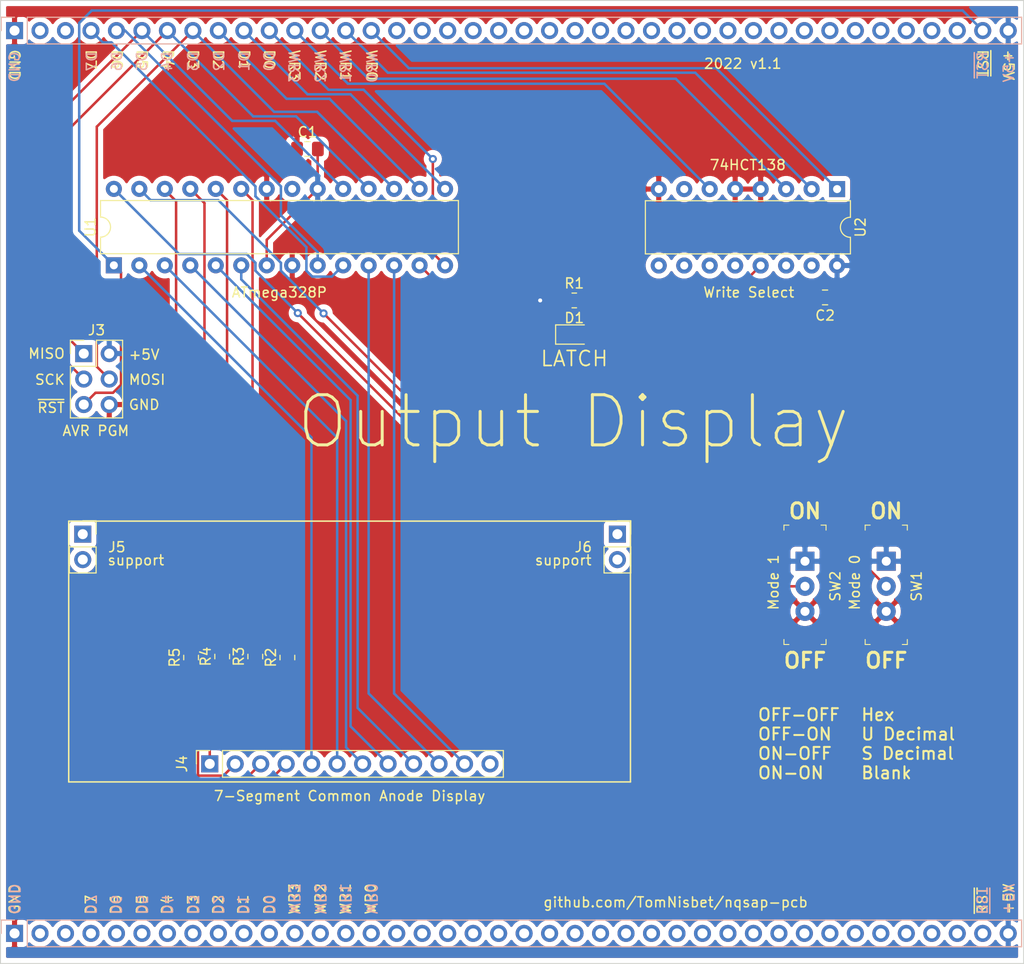
<source format=kicad_pcb>
(kicad_pcb (version 20171130) (host pcbnew "(5.1.9)-1")
  (title_block (title "NQSAP Output Display") (date 2022-01-17) (rev 1.1) (company github.com/TomNisbet/nqsap-pcb))
  (layers (0 F.Cu signal) (31 B.Cu signal hide) (34 B.Paste user) (35 F.Paste user) (36 B.SilkS user hide) (37 F.SilkS user) (38 B.Mask user) (39 F.Mask user) (44 Edge.Cuts user))
  (net 0 "")
  (net 1 +5V)
  (net 2 SE)
  (net 3 WR0)
  (net 4 WR1)
  (net 5 WR2)
  (net 6 WR3)
  (net 7 D0)
  (net 8 D1)
  (net 9 D2)
  (net 10 D3)
  (net 11 D4)
  (net 12 D5)
  (net 13 D6)
  (net 14 D7)
  (net 15 GND)
  (net 16 "Net-(J4-Pad12)")
  (net 17 ~RST)
  (net 18 "Net-(J1-Pad37)")
  (net 19 "Net-(J1-Pad3)")
  (net 20 "Net-(J1-Pad2)")
  (net 21 "Net-(J2-Pad37)")
  (net 22 "Net-(J2-Pad3)")
  (net 23 "Net-(J2-Pad2)")
  (net 24 "Net-(D1-Pad2)")
  (net 25 /~latch)
  (net 26 SG)
  (net 27 SF)
  (net 28 SD)
  (net 29 SC)
  (net 30 SB)
  (net 31 SA)
  (net 32 L4)
  (net 33 L3)
  (net 34 L2)
  (net 35 L1)
  (net 36 /mode0)
  (net 37 /mode1)
  (net 38 "Net-(U1-Pad21)")
  (net 39 "Net-(U2-Pad15)")
  (net 40 "Net-(U2-Pad7)")
  (net 41 "Net-(U2-Pad14)")
  (net 42 "Net-(U2-Pad12)")
  (net 43 "Net-(U2-Pad11)")
  (net 44 "Net-(U2-Pad10)")
  (net 45 "Net-(U2-Pad9)")
  (net 46 "Net-(J4-Pad4)")
  (net 47 "Net-(J4-Pad3)")
  (net 48 "Net-(J4-Pad2)")
  (net 49 "Net-(J4-Pad1)")
  (net 50 "Net-(J5-Pad2)")
  (net 51 "Net-(J5-Pad1)")
  (net 52 "Net-(J6-Pad2)")
  (net 53 "Net-(J6-Pad1)")
  (net 54 "Net-(J1-Pad38)")
  (net 55 "Net-(J1-Pad36)")
  (net 56 "Net-(J1-Pad35)")
  (net 57 "Net-(J1-Pad34)")
  (net 58 "Net-(J1-Pad33)")
  (net 59 "Net-(J1-Pad32)")
  (net 60 "Net-(J1-Pad31)")
  (net 61 "Net-(J1-Pad30)")
  (net 62 "Net-(J1-Pad29)")
  (net 63 "Net-(J1-Pad28)")
  (net 64 "Net-(J1-Pad27)")
  (net 65 "Net-(J1-Pad26)")
  (net 66 "Net-(J1-Pad25)")
  (net 67 "Net-(J1-Pad24)")
  (net 68 "Net-(J1-Pad23)")
  (net 69 "Net-(J1-Pad22)")
  (net 70 "Net-(J1-Pad21)")
  (net 71 "Net-(J1-Pad20)")
  (net 72 "Net-(J1-Pad19)")
  (net 73 "Net-(J1-Pad18)")
  (net 74 "Net-(J1-Pad17)")
  (net 75 "Net-(J1-Pad16)")
  (net 76 "Net-(J2-Pad39)")
  (net 77 "Net-(J2-Pad38)")
  (net 78 "Net-(J2-Pad36)")
  (net 79 "Net-(J2-Pad35)")
  (net 80 "Net-(J2-Pad34)")
  (net 81 "Net-(J2-Pad33)")
  (net 82 "Net-(J2-Pad32)")
  (net 83 "Net-(J2-Pad31)")
  (net 84 "Net-(J2-Pad30)")
  (net 85 "Net-(J2-Pad29)")
  (net 86 "Net-(J2-Pad28)")
  (net 87 "Net-(J2-Pad27)")
  (net 88 "Net-(J2-Pad26)")
  (net 89 "Net-(J2-Pad25)")
  (net 90 "Net-(J2-Pad24)")
  (net 91 "Net-(J2-Pad23)")
  (net 92 "Net-(J2-Pad22)")
  (net 93 "Net-(J2-Pad21)")
  (net 94 "Net-(J2-Pad20)")
  (net 95 "Net-(J2-Pad19)")
  (net 96 "Net-(J2-Pad18)")
  (net 97 "Net-(J2-Pad17)")
  (net 98 "Net-(J2-Pad16)")
  (net 99 "Net-(J2-Pad15)")
  (net 100 "Net-(J2-Pad14)")
  (net 101 "Net-(J2-Pad13)")
  (net 102 "Net-(J2-Pad12)")
  (net 103 "Net-(J2-Pad11)")
  (net 104 "Net-(J2-Pad10)")
  (net 105 "Net-(J2-Pad9)")
  (net 106 "Net-(J2-Pad8)")
  (net 107 "Net-(J2-Pad7)")
  (net 108 "Net-(J2-Pad6)")
  (net 109 "Net-(J2-Pad5)")
  (net 110 "Net-(J2-Pad4)")
  (module Resistor_SMD:R_0805_2012Metric_Pad1.20x1.40mm_HandSolder (layer F.Cu) (at 104 108.5 90)
    (fp_text reference R5 (at 0 -1.65 90) (layer F.SilkS))
    (fp_text value R_SEG)
    (pad 2 smd roundrect (at 1 0 90) (size 1.2 1.4) (layers F.Cu F.Paste F.Mask) (roundrect_rratio 0.2083325) (net 32 L4))
    (pad 1 smd roundrect (at -1 0 90) (size 1.2 1.4) (layers F.Cu F.Paste F.Mask) (roundrect_rratio 0.2083325) (net 46 "Net-(J4-Pad4)"))
  )
  (module Resistor_SMD:R_0805_2012Metric_Pad1.20x1.40mm_HandSolder (layer F.Cu) (at 107.1 108.4 90)
    (fp_text reference R4 (at 0 -1.65 90) (layer F.SilkS))
    (fp_text value R_SEG)
    (pad 2 smd roundrect (at 1 0 90) (size 1.2 1.4) (layers F.Cu F.Paste F.Mask) (roundrect_rratio 0.2083325) (net 33 L3))
    (pad 1 smd roundrect (at -1 0 90) (size 1.2 1.4) (layers F.Cu F.Paste F.Mask) (roundrect_rratio 0.2083325) (net 47 "Net-(J4-Pad3)"))
  )
  (module Resistor_SMD:R_0805_2012Metric_Pad1.20x1.40mm_HandSolder (layer F.Cu) (at 110.4 108.4 90)
    (fp_text reference R3 (at 0 -1.65 90) (layer F.SilkS))
    (fp_text value R_SEG)
    (pad 2 smd roundrect (at 1 0 90) (size 1.2 1.4) (layers F.Cu F.Paste F.Mask) (roundrect_rratio 0.2083325) (net 34 L2))
    (pad 1 smd roundrect (at -1 0 90) (size 1.2 1.4) (layers F.Cu F.Paste F.Mask) (roundrect_rratio 0.2083325) (net 48 "Net-(J4-Pad2)"))
  )
  (module Resistor_SMD:R_0805_2012Metric_Pad1.20x1.40mm_HandSolder (layer F.Cu) (at 113.6 108.5 90)
    (fp_text reference R2 (at 0 -1.65 90) (layer F.SilkS))
    (fp_text value R_SEG)
    (pad 2 smd roundrect (at 1 0 90) (size 1.2 1.4) (layers F.Cu F.Paste F.Mask) (roundrect_rratio 0.2083325) (net 35 L1))
    (pad 1 smd roundrect (at -1 0 90) (size 1.2 1.4) (layers F.Cu F.Paste F.Mask) (roundrect_rratio 0.2083325) (net 49 "Net-(J4-Pad1)"))
  )
  (module Connector_PinSocket_2.54mm:PinSocket_1x02_P2.54mm_Vertical (layer F.Cu) (at 146.5 96.2)
    (fp_text reference J6 (at -3.4 1.3) (layer F.SilkS))
    (fp_text value support (at -5.4 2.6) (layer F.SilkS))
    (pad 2 thru_hole oval (at 0 2.54) (size 1.7 1.7) (drill 1) (layers *.Cu *.Mask) (net 52 "Net-(J6-Pad2)"))
    (pad 1 thru_hole rect (at 0 0) (size 1.7 1.7) (drill 1) (layers *.Cu *.Mask) (net 53 "Net-(J6-Pad1)"))
  )
  (module Connector_PinSocket_2.54mm:PinSocket_1x02_P2.54mm_Vertical (layer F.Cu) (at 93.2 96.2)
    (fp_text reference J5 (at 3.4 1.3) (layer F.SilkS))
    (fp_text value support (at 5.3 2.6) (layer F.SilkS))
    (pad 2 thru_hole oval (at 0 2.54) (size 1.7 1.7) (drill 1) (layers *.Cu *.Mask) (net 50 "Net-(J5-Pad2)"))
    (pad 1 thru_hole rect (at 0 0) (size 1.7 1.7) (drill 1) (layers *.Cu *.Mask) (net 51 "Net-(J5-Pad1)"))
  )
  (module digikey-kicad-library:Switch_Slide_11.6x4mm_EG1218 (layer F.Cu) (at 165.2 98.9 270)
    (fp_text reference SW2 (at 2.49 -3.02 90) (layer F.SilkS))
    (fp_text value "Mode 1" (at 2.11 3.14 90) (layer F.SilkS))
    (pad 3 thru_hole circle (at 5 0 270) (size 1.9 1.9) (drill 0.9) (layers *.Cu *.Mask) (net 15 GND))
    (pad 2 thru_hole circle (at 2.5 0 270) (size 1.9 1.9) (drill 0.9) (layers *.Cu *.Mask) (net 37 /mode1))
    (pad 1 thru_hole rect (at 0 0 270) (size 1.9 1.9) (drill 0.9) (layers *.Cu *.Mask) (net 1 +5V))
  )
  (module digikey-kicad-library:Switch_Slide_11.6x4mm_EG1218 (layer F.Cu) (at 173.3 98.9 270)
    (fp_text reference SW1 (at 2.49 -3.02 90) (layer F.SilkS))
    (fp_text value "Mode 0" (at 2.11 3.14 90) (layer F.SilkS))
    (pad 3 thru_hole circle (at 5 0 270) (size 1.9 1.9) (drill 0.9) (layers *.Cu *.Mask) (net 15 GND))
    (pad 2 thru_hole circle (at 2.5 0 270) (size 1.9 1.9) (drill 0.9) (layers *.Cu *.Mask) (net 36 /mode0))
    (pad 1 thru_hole rect (at 0 0 270) (size 1.9 1.9) (drill 0.9) (layers *.Cu *.Mask) (net 1 +5V))
  )
  (module Package_DIP:DIP-16_W7.62mm (layer F.Cu) (at 168.4 61.8 270)
    (fp_text reference U2 (at 3.81 -2.33 90) (layer F.SilkS))
    (fp_text value 74HCT138 (at -2.4 8.9 180) (layer F.SilkS))
    (fp_text user "Write Select" (at 10.3 8.8) (layer F.SilkS))
    (pad 16 thru_hole oval (at 7.62 0 270) (size 1.6 1.6) (drill 0.8) (layers *.Cu *.Mask) (net 1 +5V))
    (pad 8 thru_hole oval (at 0 17.78 270) (size 1.6 1.6) (drill 0.8) (layers *.Cu *.Mask) (net 15 GND))
    (pad 15 thru_hole oval (at 7.62 2.54 270) (size 1.6 1.6) (drill 0.8) (layers *.Cu *.Mask) (net 39 "Net-(U2-Pad15)"))
    (pad 7 thru_hole oval (at 0 15.24 270) (size 1.6 1.6) (drill 0.8) (layers *.Cu *.Mask) (net 40 "Net-(U2-Pad7)"))
    (pad 14 thru_hole oval (at 7.62 5.08 270) (size 1.6 1.6) (drill 0.8) (layers *.Cu *.Mask) (net 41 "Net-(U2-Pad14)"))
    (pad 6 thru_hole oval (at 0 12.7 270) (size 1.6 1.6) (drill 0.8) (layers *.Cu *.Mask) (net 6 WR3))
    (pad 13 thru_hole oval (at 7.62 7.62 270) (size 1.6 1.6) (drill 0.8) (layers *.Cu *.Mask) (net 25 /~latch))
    (pad 5 thru_hole oval (at 0 10.16 270) (size 1.6 1.6) (drill 0.8) (layers *.Cu *.Mask) (net 15 GND))
    (pad 12 thru_hole oval (at 7.62 10.16 270) (size 1.6 1.6) (drill 0.8) (layers *.Cu *.Mask) (net 42 "Net-(U2-Pad12)"))
    (pad 4 thru_hole oval (at 0 7.62 270) (size 1.6 1.6) (drill 0.8) (layers *.Cu *.Mask) (net 15 GND))
    (pad 11 thru_hole oval (at 7.62 12.7 270) (size 1.6 1.6) (drill 0.8) (layers *.Cu *.Mask) (net 43 "Net-(U2-Pad11)"))
    (pad 3 thru_hole oval (at 0 5.08 270) (size 1.6 1.6) (drill 0.8) (layers *.Cu *.Mask) (net 5 WR2))
    (pad 10 thru_hole oval (at 7.62 15.24 270) (size 1.6 1.6) (drill 0.8) (layers *.Cu *.Mask) (net 44 "Net-(U2-Pad10)"))
    (pad 2 thru_hole oval (at 0 2.54 270) (size 1.6 1.6) (drill 0.8) (layers *.Cu *.Mask) (net 4 WR1))
    (pad 9 thru_hole oval (at 7.62 17.78 270) (size 1.6 1.6) (drill 0.8) (layers *.Cu *.Mask) (net 45 "Net-(U2-Pad9)"))
    (pad 1 thru_hole rect (at 0 0 270) (size 1.6 1.6) (drill 0.8) (layers *.Cu *.Mask) (net 3 WR0))
  )
  (module Package_DIP:DIP-28_W7.62mm (layer F.Cu) (at 96.3 69.4 90)
    (fp_text reference U1 (at 3.81 -2.33 90) (layer F.SilkS))
    (fp_text value ATmega328P (at -2.7 16.5 180) (layer F.SilkS))
    (pad 28 thru_hole oval (at 7.62 0 90) (size 1.6 1.6) (drill 0.8) (layers *.Cu *.Mask) (net 37 /mode1))
    (pad 14 thru_hole oval (at 0 33.02 90) (size 1.6 1.6) (drill 0.8) (layers *.Cu *.Mask) (net 7 D0))
    (pad 27 thru_hole oval (at 7.62 2.54 90) (size 1.6 1.6) (drill 0.8) (layers *.Cu *.Mask) (net 36 /mode0))
    (pad 13 thru_hole oval (at 0 30.48 90) (size 1.6 1.6) (drill 0.8) (layers *.Cu *.Mask) (net 25 /~latch))
    (pad 26 thru_hole oval (at 7.62 5.08 90) (size 1.6 1.6) (drill 0.8) (layers *.Cu *.Mask) (net 32 L4))
    (pad 12 thru_hole oval (at 0 27.94 90) (size 1.6 1.6) (drill 0.8) (layers *.Cu *.Mask) (net 26 SG))
    (pad 25 thru_hole oval (at 7.62 7.62 90) (size 1.6 1.6) (drill 0.8) (layers *.Cu *.Mask) (net 33 L3))
    (pad 11 thru_hole oval (at 0 25.4 90) (size 1.6 1.6) (drill 0.8) (layers *.Cu *.Mask) (net 27 SF))
    (pad 24 thru_hole oval (at 7.62 10.16 90) (size 1.6 1.6) (drill 0.8) (layers *.Cu *.Mask) (net 34 L2))
    (pad 10 thru_hole oval (at 0 22.86 90) (size 1.6 1.6) (drill 0.8) (layers *.Cu *.Mask) (net 14 D7))
    (pad 23 thru_hole oval (at 7.62 12.7 90) (size 1.6 1.6) (drill 0.8) (layers *.Cu *.Mask) (net 35 L1))
    (pad 9 thru_hole oval (at 0 20.32 90) (size 1.6 1.6) (drill 0.8) (layers *.Cu *.Mask) (net 13 D6))
    (pad 22 thru_hole oval (at 7.62 15.24 90) (size 1.6 1.6) (drill 0.8) (layers *.Cu *.Mask) (net 15 GND))
    (pad 8 thru_hole oval (at 0 17.78 90) (size 1.6 1.6) (drill 0.8) (layers *.Cu *.Mask) (net 15 GND))
    (pad 21 thru_hole oval (at 7.62 17.78 90) (size 1.6 1.6) (drill 0.8) (layers *.Cu *.Mask) (net 38 "Net-(U1-Pad21)"))
    (pad 7 thru_hole oval (at 0 15.24 90) (size 1.6 1.6) (drill 0.8) (layers *.Cu *.Mask) (net 1 +5V))
    (pad 20 thru_hole oval (at 7.62 20.32 90) (size 1.6 1.6) (drill 0.8) (layers *.Cu *.Mask) (net 1 +5V))
    (pad 6 thru_hole oval (at 0 12.7 90) (size 1.6 1.6) (drill 0.8) (layers *.Cu *.Mask) (net 2 SE))
    (pad 19 thru_hole oval (at 7.62 22.86 90) (size 1.6 1.6) (drill 0.8) (layers *.Cu *.Mask) (net 12 D5))
    (pad 5 thru_hole oval (at 0 10.16 90) (size 1.6 1.6) (drill 0.8) (layers *.Cu *.Mask) (net 28 SD))
    (pad 18 thru_hole oval (at 7.62 25.4 90) (size 1.6 1.6) (drill 0.8) (layers *.Cu *.Mask) (net 11 D4))
    (pad 4 thru_hole oval (at 0 7.62 90) (size 1.6 1.6) (drill 0.8) (layers *.Cu *.Mask) (net 29 SC))
    (pad 17 thru_hole oval (at 7.62 27.94 90) (size 1.6 1.6) (drill 0.8) (layers *.Cu *.Mask) (net 10 D3))
    (pad 3 thru_hole oval (at 0 5.08 90) (size 1.6 1.6) (drill 0.8) (layers *.Cu *.Mask) (net 30 SB))
    (pad 16 thru_hole oval (at 7.62 30.48 90) (size 1.6 1.6) (drill 0.8) (layers *.Cu *.Mask) (net 9 D2))
    (pad 2 thru_hole oval (at 0 2.54 90) (size 1.6 1.6) (drill 0.8) (layers *.Cu *.Mask) (net 31 SA))
    (pad 15 thru_hole oval (at 7.62 33.02 90) (size 1.6 1.6) (drill 0.8) (layers *.Cu *.Mask) (net 8 D1))
    (pad 1 thru_hole rect (at 0 0 90) (size 1.6 1.6) (drill 0.8) (layers *.Cu *.Mask) (net 17 ~RST))
  )
  (module Resistor_SMD:R_0805_2012Metric_Pad1.20x1.40mm_HandSolder (layer F.Cu) (at 142.2 72.9 180)
    (fp_text reference R1 (at 0 1.7) (layer F.SilkS))
    (fp_text value R_RED)
    (pad 2 smd roundrect (at 1 0 180) (size 1.2 1.4) (layers F.Cu F.Paste F.Mask) (roundrect_rratio 0.2083325) (net 1 +5V))
    (pad 1 smd roundrect (at -1 0 180) (size 1.2 1.4) (layers F.Cu F.Paste F.Mask) (roundrect_rratio 0.2083325) (net 24 "Net-(D1-Pad2)"))
  )
  (module Connector_PinSocket_2.54mm:PinSocket_1x12_P2.54mm_Vertical (layer F.Cu) (at 105.86 119.1 90)
    (fp_text reference J4 (at 0 -2.77 90) (layer F.SilkS))
    (fp_text value "7-Segment Common Anode Display" (at -3.2 13.94 180) (layer F.SilkS))
    (pad 12 thru_hole oval (at 0 27.94 90) (size 1.7 1.7) (drill 1) (layers *.Cu *.Mask) (net 16 "Net-(J4-Pad12)"))
    (pad 11 thru_hole oval (at 0 25.4 90) (size 1.7 1.7) (drill 1) (layers *.Cu *.Mask) (net 26 SG))
    (pad 10 thru_hole oval (at 0 22.86 90) (size 1.7 1.7) (drill 1) (layers *.Cu *.Mask) (net 27 SF))
    (pad 9 thru_hole oval (at 0 20.32 90) (size 1.7 1.7) (drill 1) (layers *.Cu *.Mask) (net 2 SE))
    (pad 8 thru_hole oval (at 0 17.78 90) (size 1.7 1.7) (drill 1) (layers *.Cu *.Mask) (net 28 SD))
    (pad 7 thru_hole oval (at 0 15.24 90) (size 1.7 1.7) (drill 1) (layers *.Cu *.Mask) (net 29 SC))
    (pad 6 thru_hole oval (at 0 12.7 90) (size 1.7 1.7) (drill 1) (layers *.Cu *.Mask) (net 30 SB))
    (pad 5 thru_hole oval (at 0 10.16 90) (size 1.7 1.7) (drill 1) (layers *.Cu *.Mask) (net 31 SA))
    (pad 4 thru_hole oval (at 0 7.62 90) (size 1.7 1.7) (drill 1) (layers *.Cu *.Mask) (net 46 "Net-(J4-Pad4)"))
    (pad 3 thru_hole oval (at 0 5.08 90) (size 1.7 1.7) (drill 1) (layers *.Cu *.Mask) (net 47 "Net-(J4-Pad3)"))
    (pad 2 thru_hole oval (at 0 2.54 90) (size 1.7 1.7) (drill 1) (layers *.Cu *.Mask) (net 48 "Net-(J4-Pad2)"))
    (pad 1 thru_hole rect (at 0 0 90) (size 1.7 1.7) (drill 1) (layers *.Cu *.Mask) (net 49 "Net-(J4-Pad1)"))
  )
  (module Connector_PinHeader_2.54mm:PinHeader_2x03_P2.54mm_Vertical (layer F.Cu) (at 93.3 78.2)
    (fp_text reference J3 (at 1.27 -2.33) (layer F.SilkS))
    (fp_text value "AVR PGM" (at 1.2 7.7) (layer F.SilkS))
    (pad 6 thru_hole oval (at 2.54 5.08) (size 1.7 1.7) (drill 1) (layers *.Cu *.Mask) (net 15 GND))
    (pad 5 thru_hole oval (at 0 5.08) (size 1.7 1.7) (drill 1) (layers *.Cu *.Mask) (net 17 ~RST))
    (pad 4 thru_hole oval (at 2.54 2.54) (size 1.7 1.7) (drill 1) (layers *.Cu *.Mask) (net 10 D3))
    (pad 3 thru_hole oval (at 0 2.54) (size 1.7 1.7) (drill 1) (layers *.Cu *.Mask) (net 12 D5))
    (pad 2 thru_hole oval (at 2.54 0) (size 1.7 1.7) (drill 1) (layers *.Cu *.Mask) (net 1 +5V))
    (pad 1 thru_hole rect (at 0 0) (size 1.7 1.7) (drill 1) (layers *.Cu *.Mask) (net 11 D4))
  )
  (module LED_SMD:LED_0805_2012Metric_Pad1.15x1.40mm_HandSolder (layer F.Cu) (at 142.2 76.3)
    (fp_text reference D1 (at 0 -1.65) (layer F.SilkS))
    (fp_text value LATCH (at 0 2.4) (layer F.SilkS) (effects (font (size 1.5 1.5) (thickness 0.17))))
    (pad 2 smd roundrect (at 1.025 0) (size 1.15 1.4) (layers F.Cu F.Paste F.Mask) (roundrect_rratio 0.2173904347826087) (net 24 "Net-(D1-Pad2)"))
    (pad 1 smd roundrect (at -1.025 0) (size 1.15 1.4) (layers F.Cu F.Paste F.Mask) (roundrect_rratio 0.2173904347826087) (net 25 /~latch))
  )
  (module Capacitor_SMD:C_0805_2012Metric_Pad1.18x1.45mm_HandSolder (layer F.Cu) (at 167.2 72.6)
    (fp_text reference C2 (at 0 1.8) (layer F.SilkS))
    (fp_text value 0.1uF)
    (pad 2 smd roundrect (at 1.0375 0) (size 1.175 1.45) (layers F.Cu F.Paste F.Mask) (roundrect_rratio 0.2127659574468085) (net 1 +5V))
    (pad 1 smd roundrect (at -1.0375 0) (size 1.175 1.45) (layers F.Cu F.Paste F.Mask) (roundrect_rratio 0.2127659574468085) (net 15 GND))
  )
  (module Capacitor_SMD:C_0805_2012Metric_Pad1.18x1.45mm_HandSolder (layer F.Cu) (at 115.6 57.8)
    (fp_text reference C1 (at 0 -1.68) (layer F.SilkS))
    (fp_text value 0.1uF)
    (pad 2 smd roundrect (at 1.0375 0) (size 1.175 1.45) (layers F.Cu F.Paste F.Mask) (roundrect_rratio 0.2127659574468085) (net 1 +5V))
    (pad 1 smd roundrect (at -1.0375 0) (size 1.175 1.45) (layers F.Cu F.Paste F.Mask) (roundrect_rratio 0.2127659574468085) (net 15 GND))
  )
  (module Connector_PinHeader_2.54mm:PinHeader_1x40_P2.54mm_Vertical (layer B.Cu) (at 86.4 136 270)
    (fp_text reference J2 (at 0 2.33 270) (layer B.SilkS) (effects (justify mirror)))
    (fp_text value Bus)
    (pad 40 thru_hole oval (at 0 -99.06 270) (size 1.7 1.7) (drill 1) (layers *.Cu *.Mask) (net 1 +5V))
    (pad 39 thru_hole oval (at 0 -96.52 270) (size 1.7 1.7) (drill 1) (layers *.Cu *.Mask) (net 76 "Net-(J2-Pad39)"))
    (pad 38 thru_hole oval (at 0 -93.98 270) (size 1.7 1.7) (drill 1) (layers *.Cu *.Mask) (net 77 "Net-(J2-Pad38)"))
    (pad 37 thru_hole oval (at 0 -91.44 270) (size 1.7 1.7) (drill 1) (layers *.Cu *.Mask) (net 21 "Net-(J2-Pad37)"))
    (pad 36 thru_hole oval (at 0 -88.9 270) (size 1.7 1.7) (drill 1) (layers *.Cu *.Mask) (net 78 "Net-(J2-Pad36)"))
    (pad 35 thru_hole oval (at 0 -86.36 270) (size 1.7 1.7) (drill 1) (layers *.Cu *.Mask) (net 79 "Net-(J2-Pad35)"))
    (pad 34 thru_hole oval (at 0 -83.82 270) (size 1.7 1.7) (drill 1) (layers *.Cu *.Mask) (net 80 "Net-(J2-Pad34)"))
    (pad 33 thru_hole oval (at 0 -81.28 270) (size 1.7 1.7) (drill 1) (layers *.Cu *.Mask) (net 81 "Net-(J2-Pad33)"))
    (pad 32 thru_hole oval (at 0 -78.74 270) (size 1.7 1.7) (drill 1) (layers *.Cu *.Mask) (net 82 "Net-(J2-Pad32)"))
    (pad 31 thru_hole oval (at 0 -76.2 270) (size 1.7 1.7) (drill 1) (layers *.Cu *.Mask) (net 83 "Net-(J2-Pad31)"))
    (pad 30 thru_hole oval (at 0 -73.66 270) (size 1.7 1.7) (drill 1) (layers *.Cu *.Mask) (net 84 "Net-(J2-Pad30)"))
    (pad 29 thru_hole oval (at 0 -71.12 270) (size 1.7 1.7) (drill 1) (layers *.Cu *.Mask) (net 85 "Net-(J2-Pad29)"))
    (pad 28 thru_hole oval (at 0 -68.58 270) (size 1.7 1.7) (drill 1) (layers *.Cu *.Mask) (net 86 "Net-(J2-Pad28)"))
    (pad 27 thru_hole oval (at 0 -66.04 270) (size 1.7 1.7) (drill 1) (layers *.Cu *.Mask) (net 87 "Net-(J2-Pad27)"))
    (pad 26 thru_hole oval (at 0 -63.5 270) (size 1.7 1.7) (drill 1) (layers *.Cu *.Mask) (net 88 "Net-(J2-Pad26)"))
    (pad 25 thru_hole oval (at 0 -60.96 270) (size 1.7 1.7) (drill 1) (layers *.Cu *.Mask) (net 89 "Net-(J2-Pad25)"))
    (pad 24 thru_hole oval (at 0 -58.42 270) (size 1.7 1.7) (drill 1) (layers *.Cu *.Mask) (net 90 "Net-(J2-Pad24)"))
    (pad 23 thru_hole oval (at 0 -55.88 270) (size 1.7 1.7) (drill 1) (layers *.Cu *.Mask) (net 91 "Net-(J2-Pad23)"))
    (pad 22 thru_hole oval (at 0 -53.34 270) (size 1.7 1.7) (drill 1) (layers *.Cu *.Mask) (net 92 "Net-(J2-Pad22)"))
    (pad 21 thru_hole oval (at 0 -50.8 270) (size 1.7 1.7) (drill 1) (layers *.Cu *.Mask) (net 93 "Net-(J2-Pad21)"))
    (pad 20 thru_hole oval (at 0 -48.26 270) (size 1.7 1.7) (drill 1) (layers *.Cu *.Mask) (net 94 "Net-(J2-Pad20)"))
    (pad 19 thru_hole oval (at 0 -45.72 270) (size 1.7 1.7) (drill 1) (layers *.Cu *.Mask) (net 95 "Net-(J2-Pad19)"))
    (pad 18 thru_hole oval (at 0 -43.18 270) (size 1.7 1.7) (drill 1) (layers *.Cu *.Mask) (net 96 "Net-(J2-Pad18)"))
    (pad 17 thru_hole oval (at 0 -40.64 270) (size 1.7 1.7) (drill 1) (layers *.Cu *.Mask) (net 97 "Net-(J2-Pad17)"))
    (pad 16 thru_hole oval (at 0 -38.1 270) (size 1.7 1.7) (drill 1) (layers *.Cu *.Mask) (net 98 "Net-(J2-Pad16)"))
    (pad 15 thru_hole oval (at 0 -35.56 270) (size 1.7 1.7) (drill 1) (layers *.Cu *.Mask) (net 99 "Net-(J2-Pad15)"))
    (pad 14 thru_hole oval (at 0 -33.02 270) (size 1.7 1.7) (drill 1) (layers *.Cu *.Mask) (net 100 "Net-(J2-Pad14)"))
    (pad 13 thru_hole oval (at 0 -30.48 270) (size 1.7 1.7) (drill 1) (layers *.Cu *.Mask) (net 101 "Net-(J2-Pad13)"))
    (pad 12 thru_hole oval (at 0 -27.94 270) (size 1.7 1.7) (drill 1) (layers *.Cu *.Mask) (net 102 "Net-(J2-Pad12)"))
    (pad 11 thru_hole oval (at 0 -25.4 270) (size 1.7 1.7) (drill 1) (layers *.Cu *.Mask) (net 103 "Net-(J2-Pad11)"))
    (pad 10 thru_hole oval (at 0 -22.86 270) (size 1.7 1.7) (drill 1) (layers *.Cu *.Mask) (net 104 "Net-(J2-Pad10)"))
    (pad 9 thru_hole oval (at 0 -20.32 270) (size 1.7 1.7) (drill 1) (layers *.Cu *.Mask) (net 105 "Net-(J2-Pad9)"))
    (pad 8 thru_hole oval (at 0 -17.78 270) (size 1.7 1.7) (drill 1) (layers *.Cu *.Mask) (net 106 "Net-(J2-Pad8)"))
    (pad 7 thru_hole oval (at 0 -15.24 270) (size 1.7 1.7) (drill 1) (layers *.Cu *.Mask) (net 107 "Net-(J2-Pad7)"))
    (pad 6 thru_hole oval (at 0 -12.7 270) (size 1.7 1.7) (drill 1) (layers *.Cu *.Mask) (net 108 "Net-(J2-Pad6)"))
    (pad 5 thru_hole oval (at 0 -10.16 270) (size 1.7 1.7) (drill 1) (layers *.Cu *.Mask) (net 109 "Net-(J2-Pad5)"))
    (pad 4 thru_hole oval (at 0 -7.62 270) (size 1.7 1.7) (drill 1) (layers *.Cu *.Mask) (net 110 "Net-(J2-Pad4)"))
    (pad 3 thru_hole oval (at 0 -5.08 270) (size 1.7 1.7) (drill 1) (layers *.Cu *.Mask) (net 22 "Net-(J2-Pad3)"))
    (pad 2 thru_hole oval (at 0 -2.54 270) (size 1.7 1.7) (drill 1) (layers *.Cu *.Mask) (net 23 "Net-(J2-Pad2)"))
    (pad 1 thru_hole rect (at 0 0 270) (size 1.7 1.7) (drill 1) (layers *.Cu *.Mask) (net 15 GND))
  )
  (module Connector_PinHeader_2.54mm:PinHeader_1x40_P2.54mm_Vertical (layer B.Cu) (at 86.4 46 270)
    (fp_text reference J1 (at 0 2.33 270) (layer B.SilkS) (effects (justify mirror)))
    (fp_text value Bus)
    (pad 40 thru_hole oval (at 0 -99.06 270) (size 1.7 1.7) (drill 1) (layers *.Cu *.Mask) (net 1 +5V))
    (pad 39 thru_hole oval (at 0 -96.52 270) (size 1.7 1.7) (drill 1) (layers *.Cu *.Mask) (net 17 ~RST))
    (pad 38 thru_hole oval (at 0 -93.98 270) (size 1.7 1.7) (drill 1) (layers *.Cu *.Mask) (net 54 "Net-(J1-Pad38)"))
    (pad 37 thru_hole oval (at 0 -91.44 270) (size 1.7 1.7) (drill 1) (layers *.Cu *.Mask) (net 18 "Net-(J1-Pad37)"))
    (pad 36 thru_hole oval (at 0 -88.9 270) (size 1.7 1.7) (drill 1) (layers *.Cu *.Mask) (net 55 "Net-(J1-Pad36)"))
    (pad 35 thru_hole oval (at 0 -86.36 270) (size 1.7 1.7) (drill 1) (layers *.Cu *.Mask) (net 56 "Net-(J1-Pad35)"))
    (pad 34 thru_hole oval (at 0 -83.82 270) (size 1.7 1.7) (drill 1) (layers *.Cu *.Mask) (net 57 "Net-(J1-Pad34)"))
    (pad 33 thru_hole oval (at 0 -81.28 270) (size 1.7 1.7) (drill 1) (layers *.Cu *.Mask) (net 58 "Net-(J1-Pad33)"))
    (pad 32 thru_hole oval (at 0 -78.74 270) (size 1.7 1.7) (drill 1) (layers *.Cu *.Mask) (net 59 "Net-(J1-Pad32)"))
    (pad 31 thru_hole oval (at 0 -76.2 270) (size 1.7 1.7) (drill 1) (layers *.Cu *.Mask) (net 60 "Net-(J1-Pad31)"))
    (pad 30 thru_hole oval (at 0 -73.66 270) (size 1.7 1.7) (drill 1) (layers *.Cu *.Mask) (net 61 "Net-(J1-Pad30)"))
    (pad 29 thru_hole oval (at 0 -71.12 270) (size 1.7 1.7) (drill 1) (layers *.Cu *.Mask) (net 62 "Net-(J1-Pad29)"))
    (pad 28 thru_hole oval (at 0 -68.58 270) (size 1.7 1.7) (drill 1) (layers *.Cu *.Mask) (net 63 "Net-(J1-Pad28)"))
    (pad 27 thru_hole oval (at 0 -66.04 270) (size 1.7 1.7) (drill 1) (layers *.Cu *.Mask) (net 64 "Net-(J1-Pad27)"))
    (pad 26 thru_hole oval (at 0 -63.5 270) (size 1.7 1.7) (drill 1) (layers *.Cu *.Mask) (net 65 "Net-(J1-Pad26)"))
    (pad 25 thru_hole oval (at 0 -60.96 270) (size 1.7 1.7) (drill 1) (layers *.Cu *.Mask) (net 66 "Net-(J1-Pad25)"))
    (pad 24 thru_hole oval (at 0 -58.42 270) (size 1.7 1.7) (drill 1) (layers *.Cu *.Mask) (net 67 "Net-(J1-Pad24)"))
    (pad 23 thru_hole oval (at 0 -55.88 270) (size 1.7 1.7) (drill 1) (layers *.Cu *.Mask) (net 68 "Net-(J1-Pad23)"))
    (pad 22 thru_hole oval (at 0 -53.34 270) (size 1.7 1.7) (drill 1) (layers *.Cu *.Mask) (net 69 "Net-(J1-Pad22)"))
    (pad 21 thru_hole oval (at 0 -50.8 270) (size 1.7 1.7) (drill 1) (layers *.Cu *.Mask) (net 70 "Net-(J1-Pad21)"))
    (pad 20 thru_hole oval (at 0 -48.26 270) (size 1.7 1.7) (drill 1) (layers *.Cu *.Mask) (net 71 "Net-(J1-Pad20)"))
    (pad 19 thru_hole oval (at 0 -45.72 270) (size 1.7 1.7) (drill 1) (layers *.Cu *.Mask) (net 72 "Net-(J1-Pad19)"))
    (pad 18 thru_hole oval (at 0 -43.18 270) (size 1.7 1.7) (drill 1) (layers *.Cu *.Mask) (net 73 "Net-(J1-Pad18)"))
    (pad 17 thru_hole oval (at 0 -40.64 270) (size 1.7 1.7) (drill 1) (layers *.Cu *.Mask) (net 74 "Net-(J1-Pad17)"))
    (pad 16 thru_hole oval (at 0 -38.1 270) (size 1.7 1.7) (drill 1) (layers *.Cu *.Mask) (net 75 "Net-(J1-Pad16)"))
    (pad 15 thru_hole oval (at 0 -35.56 270) (size 1.7 1.7) (drill 1) (layers *.Cu *.Mask) (net 3 WR0))
    (pad 14 thru_hole oval (at 0 -33.02 270) (size 1.7 1.7) (drill 1) (layers *.Cu *.Mask) (net 4 WR1))
    (pad 13 thru_hole oval (at 0 -30.48 270) (size 1.7 1.7) (drill 1) (layers *.Cu *.Mask) (net 5 WR2))
    (pad 12 thru_hole oval (at 0 -27.94 270) (size 1.7 1.7) (drill 1) (layers *.Cu *.Mask) (net 6 WR3))
    (pad 11 thru_hole oval (at 0 -25.4 270) (size 1.7 1.7) (drill 1) (layers *.Cu *.Mask) (net 7 D0))
    (pad 10 thru_hole oval (at 0 -22.86 270) (size 1.7 1.7) (drill 1) (layers *.Cu *.Mask) (net 8 D1))
    (pad 9 thru_hole oval (at 0 -20.32 270) (size 1.7 1.7) (drill 1) (layers *.Cu *.Mask) (net 9 D2))
    (pad 8 thru_hole oval (at 0 -17.78 270) (size 1.7 1.7) (drill 1) (layers *.Cu *.Mask) (net 10 D3))
    (pad 7 thru_hole oval (at 0 -15.24 270) (size 1.7 1.7) (drill 1) (layers *.Cu *.Mask) (net 11 D4))
    (pad 6 thru_hole oval (at 0 -12.7 270) (size 1.7 1.7) (drill 1) (layers *.Cu *.Mask) (net 12 D5))
    (pad 5 thru_hole oval (at 0 -10.16 270) (size 1.7 1.7) (drill 1) (layers *.Cu *.Mask) (net 13 D6))
    (pad 4 thru_hole oval (at 0 -7.62 270) (size 1.7 1.7) (drill 1) (layers *.Cu *.Mask) (net 14 D7))
    (pad 3 thru_hole oval (at 0 -5.08 270) (size 1.7 1.7) (drill 1) (layers *.Cu *.Mask) (net 19 "Net-(J1-Pad3)"))
    (pad 2 thru_hole oval (at 0 -2.54 270) (size 1.7 1.7) (drill 1) (layers *.Cu *.Mask) (net 20 "Net-(J1-Pad2)"))
    (pad 1 thru_hole rect (at 0 0 270) (size 1.7 1.7) (drill 1) (layers *.Cu *.Mask) (net 15 GND))
  )
  (gr_text "2022 v1.1" (at 159 49.3) (layer F.SilkS) (effects (font (size 1 1))))
  (gr_text github.com/TomNisbet/nqsap-pcb (at 152.3 132.9) (layer F.SilkS) (effects (font (size 1 1))))
  (gr_text MISO (at 91.5 78.2) (layer F.SilkS) (effects (font (size 1 1)) (justify right)))
  (gr_text ~RST (at 91.5 83.6) (layer F.SilkS) (effects (font (size 1 1)) (justify right)))
  (gr_text SCK (at 91.5 80.8) (layer F.SilkS) (effects (font (size 1 1)) (justify right)))
  (gr_text GND (at 97.7 83.3) (layer F.SilkS) (effects (font (size 1 1)) (justify left)))
  (gr_text +5V (at 97.7 78.3) (layer F.SilkS) (effects (font (size 1 1)) (justify left)))
  (gr_text MOSI (at 97.7 80.8) (layer F.SilkS) (effects (font (size 1 1)) (justify left)))
  (gr_text ON (at 165.2 93.9) (layer F.SilkS) (effects (font (size 1.5 1.5) (thickness 0.3))))
  (gr_text ON (at 173.3 93.9) (layer F.SilkS) (effects (font (size 1.5 1.5) (thickness 0.3))))
  (gr_text OFF (at 173.3 108.8) (layer F.SilkS) (effects (font (size 1.5 1.5) (thickness 0.3))))
  (gr_text OFF (at 165.2 108.8) (layer F.SilkS) (effects (font (size 1.5 1.5) (thickness 0.3))))
  (gr_text "Hex\nU Decimal\nS Decimal\nBlank" (at 170.7 117.1) (layer F.SilkS) (effects (font (size 1.2 1.2) (thickness 0.2)) (justify left)))
  (gr_text "OFF-OFF\nOFF-ON\nON-OFF\nON-ON" (at 160.4 117.1) (layer F.SilkS) (effects (font (size 1.2 1.2) (thickness 0.2)) (justify left)))
  (gr_line (start 91.8 94.9) (end 91.8 120.9) (layer F.SilkS) (width 0.15))
  (gr_line (start 147.8 94.9) (end 91.8 94.9) (layer F.SilkS) (width 0.15))
  (gr_line (start 147.8 120.9) (end 147.8 94.9) (layer F.SilkS) (width 0.15))
  (gr_line (start 91.8 120.9) (end 147.8 120.9) (layer F.SilkS) (width 0.15))
  (gr_text D6 (at 96.6 48 90) (layer B.SilkS) (effects (font (size 1 1)) (justify left mirror)))
  (gr_text WR2 (at 116.9 48 90) (layer B.SilkS) (effects (font (size 1 1)) (justify left mirror)))
  (gr_text D7 (at 94.1 48 90) (layer B.SilkS) (effects (font (size 1 1)) (justify left mirror)))
  (gr_text D0 (at 111.8 48 90) (layer B.SilkS) (effects (font (size 1 1)) (justify left mirror)))
  (gr_text WR3 (at 114.3 48 90) (layer B.SilkS) (effects (font (size 1 1)) (justify left mirror)))
  (gr_text D3 (at 104.2 48 90) (layer B.SilkS) (effects (font (size 1 1)) (justify left mirror)))
  (gr_text D2 (at 106.8 48 90) (layer B.SilkS) (effects (font (size 1 1)) (justify left mirror)))
  (gr_text D4 (at 101.6 48 90) (layer B.SilkS) (effects (font (size 1 1)) (justify left mirror)))
  (gr_text WR1 (at 119.4 48 90) (layer B.SilkS) (effects (font (size 1 1)) (justify left mirror)))
  (gr_text WR0 (at 122.045238 48 90) (layer B.SilkS) (effects (font (size 1 1)) (justify left mirror)))
  (gr_text GND (at 86.4 48 90) (layer B.SilkS) (effects (font (size 1 1)) (justify left mirror)))
  (gr_text D1 (at 109.3 48 90) (layer B.SilkS) (effects (font (size 1 1)) (justify left mirror)))
  (gr_text D5 (at 99.1 48 90) (layer B.SilkS) (effects (font (size 1 1)) (justify left mirror)))
  (gr_text ~RST (at 182.9 48 90) (layer B.SilkS) (effects (font (size 1 1)) (justify left mirror)))
  (gr_text +5V (at 185.5 48 90) (layer B.SilkS) (effects (font (size 1 1)) (justify left mirror)))
  (gr_text GND (at 86.4 134.2 270) (layer B.SilkS) (effects (font (size 1 1)) (justify left mirror)))
  (gr_text +5V (at 185.5 134.2 270) (layer B.SilkS) (effects (font (size 1 1)) (justify left mirror)))
  (gr_text WR3 (at 114.3 134.2 270) (layer B.SilkS) (effects (font (size 1 1)) (justify left mirror)))
  (gr_text D7 (at 94 134.2 -90) (layer B.SilkS) (effects (font (size 1 1)) (justify left mirror)))
  (gr_text D2 (at 106.7 134.2 270) (layer B.SilkS) (effects (font (size 1 1)) (justify left mirror)))
  (gr_text D5 (at 99.1 134.2 270) (layer B.SilkS) (effects (font (size 1 1)) (justify left mirror)))
  (gr_text ~RST (at 182.8 134.2 -90) (layer B.SilkS) (effects (font (size 1 1)) (justify left mirror)))
  (gr_text WR0 (at 122 134.2 270) (layer B.SilkS) (effects (font (size 1 1)) (justify left mirror)))
  (gr_text D1 (at 109.2 134.2 270) (layer B.SilkS) (effects (font (size 1 1)) (justify left mirror)))
  (gr_text WR1 (at 119.4 134.2 270) (layer B.SilkS) (effects (font (size 1 1)) (justify left mirror)))
  (gr_text D6 (at 96.5 134.2 270) (layer B.SilkS) (effects (font (size 1 1)) (justify left mirror)))
  (gr_text WR2 (at 116.9 134.2 270) (layer B.SilkS) (effects (font (size 1 1)) (justify left mirror)))
  (gr_text D0 (at 111.8 134.2 270) (layer B.SilkS) (effects (font (size 1 1)) (justify left mirror)))
  (gr_text D4 (at 101.6 134.2 270) (layer B.SilkS) (effects (font (size 1 1)) (justify left mirror)))
  (gr_text D3 (at 104.2 134.2 270) (layer B.SilkS) (effects (font (size 1 1)) (justify left mirror)))
  (gr_text "Output Display" (at 142.1 85) (layer F.SilkS) (effects (font (size 5 5) (thickness 0.3))))
  (gr_text ~RST (at 182.9 47.8 -90) (layer F.SilkS) (effects (font (size 1 1)) (justify left)))
  (gr_text +5V (at 185.5 47.8 270) (layer F.SilkS) (effects (font (size 1 1)) (justify left)))
  (gr_text GND (at 86.4 47.8 270) (layer F.SilkS) (effects (font (size 1 1)) (justify left)))
  (gr_text D4 (at 101.7 47.8 270) (layer F.SilkS) (effects (font (size 1 1)) (justify left)))
  (gr_text D0 (at 111.8 47.8 270) (layer F.SilkS) (effects (font (size 1 1)) (justify left)))
  (gr_text D5 (at 99.1 47.8 270) (layer F.SilkS) (effects (font (size 1 1)) (justify left)))
  (gr_text WR3 (at 114.3 47.8 270) (layer F.SilkS) (effects (font (size 1 1)) (justify left)))
  (gr_text D1 (at 109.3 47.8 270) (layer F.SilkS) (effects (font (size 1 1)) (justify left)))
  (gr_text D3 (at 104.2 47.8 270) (layer F.SilkS) (effects (font (size 1 1)) (justify left)))
  (gr_text D6 (at 96.6 47.8 270) (layer F.SilkS) (effects (font (size 1 1)) (justify left)))
  (gr_text D7 (at 94 47.8 270) (layer F.SilkS) (effects (font (size 1 1)) (justify left)))
  (gr_text D2 (at 106.7 47.8 270) (layer F.SilkS) (effects (font (size 1 1)) (justify left)))
  (gr_text WR2 (at 116.9 47.8 270) (layer F.SilkS) (effects (font (size 1 1)) (justify left)))
  (gr_text WR1 (at 119.4 47.8 270) (layer F.SilkS) (effects (font (size 1 1)) (justify left)))
  (gr_text WR0 (at 122 47.8 270) (layer F.SilkS) (effects (font (size 1 1)) (justify left)))
  (gr_text +5V (at 185.5 134.2 90) (layer F.SilkS) (effects (font (size 1 1)) (justify left)))
  (gr_text ~RST (at 182.9 134.2 90) (layer F.SilkS) (effects (font (size 1 1)) (justify left)))
  (gr_text WR0 (at 121.9 134.2 90) (layer F.SilkS) (effects (font (size 1 1)) (justify left)))
  (gr_text WR1 (at 119.4 134.2 90) (layer F.SilkS) (effects (font (size 1 1)) (justify left)))
  (gr_text WR2 (at 116.9 134.2 90) (layer F.SilkS) (effects (font (size 1 1)) (justify left)))
  (gr_text GND (at 86.4 134.2 90) (layer F.SilkS) (effects (font (size 1 1)) (justify left)))
  (gr_text WR3 (at 114.3 134.2 90) (layer F.SilkS) (effects (font (size 1 1)) (justify left)))
  (gr_text D0 (at 111.8 134.2 90) (layer F.SilkS) (effects (font (size 1 1)) (justify left)))
  (gr_text D1 (at 109.2 134.2 90) (layer F.SilkS) (effects (font (size 1 1)) (justify left)))
  (gr_text D2 (at 106.7 134.2 90) (layer F.SilkS) (effects (font (size 1 1)) (justify left)))
  (gr_text D3 (at 104.2 134.2 90) (layer F.SilkS) (effects (font (size 1 1)) (justify left)))
  (gr_text D4 (at 101.6 134.2 90) (layer F.SilkS) (effects (font (size 1 1)) (justify left)))
  (gr_text D5 (at 99.1 134.2 90) (layer F.SilkS) (effects (font (size 1 1)) (justify left)))
  (gr_text D7 (at 94 134.2 90) (layer F.SilkS) (effects (font (size 1 1)) (justify left)))
  (gr_text D6 (at 96.5 134.2 90) (layer F.SilkS) (effects (font (size 1 1)) (justify left)))
  (gr_line (start 85 139) (end 85 43) (layer Edge.Cuts) (width 0.1))
  (gr_line (start 187 139) (end 85 139) (layer Edge.Cuts) (width 0.1))
  (gr_line (start 187 43) (end 187 139) (layer Edge.Cuts) (width 0.1))
  (gr_line (start 85 43) (end 187 43) (layer Edge.Cuts) (width 0.1))
  (segment (start 111.54 66.86) (end 116.62 61.78) (width 0.25) (layer F.Cu) (net 1))
  (segment (start 111.54 69.4) (end 111.54 66.86) (width 0.25) (layer F.Cu) (net 1))
  (segment (start 116.62 57.8175) (end 116.6375 57.8) (width 0.25) (layer F.Cu) (net 1))
  (segment (start 116.62 61.78) (end 116.62 57.8175) (width 0.25) (layer F.Cu) (net 1))
  (segment (start 168.4 72.4375) (end 168.2375 72.6) (width 0.25) (layer F.Cu) (net 1))
  (segment (start 168.4 69.42) (end 168.4 72.4375) (width 0.25) (layer F.Cu) (net 1))
  (via (at 138.8 72.9) (size 0.8) (drill 0.4) (layers F.Cu B.Cu) (net 1))
  (segment (start 141.2 72.9) (end 138.8 72.9) (width 0.25) (layer F.Cu) (net 1))
  (segment (start 120.6 113.52) (end 126.18 119.1) (width 0.25) (layer B.Cu) (net 2))
  (segment (start 120.6 82.4) (end 120.6 113.52) (width 0.25) (layer B.Cu) (net 2))
  (segment (start 109 70.8) (end 120.6 82.4) (width 0.25) (layer B.Cu) (net 2))
  (segment (start 109 69.4) (end 109 70.8) (width 0.25) (layer B.Cu) (net 2))
  (segment (start 156.34999 49.74999) (end 168.4 61.8) (width 0.25) (layer B.Cu) (net 3))
  (segment (start 125.70999 49.74999) (end 156.34999 49.74999) (width 0.25) (layer B.Cu) (net 3))
  (segment (start 121.96 46) (end 125.70999 49.74999) (width 0.25) (layer B.Cu) (net 3))
  (segment (start 165.86 61.8) (end 154.26 50.2) (width 0.25) (layer B.Cu) (net 4))
  (segment (start 123.62 50.2) (end 119.42 46) (width 0.25) (layer B.Cu) (net 4))
  (segment (start 154.26 50.2) (end 123.62 50.2) (width 0.25) (layer B.Cu) (net 4))
  (segment (start 163.32 61.8) (end 152.32 50.8) (width 0.25) (layer B.Cu) (net 5))
  (segment (start 121.68 50.8) (end 116.88 46) (width 0.25) (layer B.Cu) (net 5))
  (segment (start 152.32 50.8) (end 121.68 50.8) (width 0.25) (layer B.Cu) (net 5))
  (segment (start 155.7 61.8) (end 145.2 51.3) (width 0.25) (layer B.Cu) (net 6))
  (segment (start 119.64 51.3) (end 114.34 46) (width 0.25) (layer B.Cu) (net 6))
  (segment (start 145.2 51.3) (end 119.64 51.3) (width 0.25) (layer B.Cu) (net 6))
  (via (at 128.1 58.8) (size 0.8) (drill 0.4) (layers F.Cu B.Cu) (net 7))
  (segment (start 128.1 68.18) (end 129.32 69.4) (width 0.25) (layer F.Cu) (net 7))
  (segment (start 128.1 58.8) (end 128.1 68.18) (width 0.25) (layer F.Cu) (net 7))
  (segment (start 121.2 51.9) (end 128.1 58.8) (width 0.25) (layer B.Cu) (net 7))
  (segment (start 111.8 46) (end 117.7 51.9) (width 0.25) (layer B.Cu) (net 7))
  (segment (start 117.7 51.9) (end 121.2 51.9) (width 0.25) (layer B.Cu) (net 7))
  (segment (start 115.610011 52.350011) (end 109.26 46) (width 0.25) (layer B.Cu) (net 8))
  (segment (start 119.890011 52.350011) (end 115.610011 52.350011) (width 0.25) (layer B.Cu) (net 8))
  (segment (start 129.32 61.78) (end 119.890011 52.350011) (width 0.25) (layer B.Cu) (net 8))
  (segment (start 126.78 61.78) (end 117.800022 52.800022) (width 0.25) (layer B.Cu) (net 9))
  (segment (start 117.800022 52.800022) (end 113.520022 52.800022) (width 0.25) (layer B.Cu) (net 9))
  (segment (start 113.520022 52.800022) (end 107.569999 46.849999) (width 0.25) (layer B.Cu) (net 9))
  (segment (start 107.569999 46.849999) (end 106.72 46) (width 0.25) (layer B.Cu) (net 9))
  (segment (start 112.28 54.1) (end 104.18 46) (width 0.25) (layer B.Cu) (net 10))
  (segment (start 116.56 54.1) (end 112.28 54.1) (width 0.25) (layer B.Cu) (net 10))
  (segment (start 124.24 61.78) (end 116.56 54.1) (width 0.25) (layer B.Cu) (net 10))
  (segment (start 94.6 55.58) (end 104.18 46) (width 0.25) (layer F.Cu) (net 10))
  (segment (start 94.6 79.5) (end 94.6 55.58) (width 0.25) (layer F.Cu) (net 10))
  (segment (start 95.84 80.74) (end 94.6 79.5) (width 0.25) (layer F.Cu) (net 10))
  (segment (start 114.470011 54.550011) (end 121.7 61.78) (width 0.25) (layer B.Cu) (net 11))
  (segment (start 101.64 46) (end 110.190011 54.550011) (width 0.25) (layer B.Cu) (net 11))
  (segment (start 110.190011 54.550011) (end 114.470011 54.550011) (width 0.25) (layer B.Cu) (net 11))
  (segment (start 91.3 56.34) (end 101.64 46) (width 0.25) (layer F.Cu) (net 11))
  (segment (start 91.3 76.2) (end 91.3 56.34) (width 0.25) (layer F.Cu) (net 11))
  (segment (start 93.3 78.2) (end 91.3 76.2) (width 0.25) (layer F.Cu) (net 11))
  (segment (start 108.100022 55.000022) (end 112.380023 55.000022) (width 0.25) (layer B.Cu) (net 12))
  (segment (start 99.1 46) (end 108.100022 55.000022) (width 0.25) (layer B.Cu) (net 12))
  (segment (start 112.380023 55.000022) (end 119.16 61.78) (width 0.25) (layer B.Cu) (net 12))
  (segment (start 90.9 78.4) (end 90.96 78.4) (width 0.25) (layer F.Cu) (net 12))
  (segment (start 90.124999 77.624999) (end 90.9 78.4) (width 0.25) (layer F.Cu) (net 12))
  (segment (start 90.124999 54.975001) (end 90.124999 77.624999) (width 0.25) (layer F.Cu) (net 12))
  (segment (start 90.96 78.4) (end 93.3 80.74) (width 0.25) (layer F.Cu) (net 12))
  (segment (start 99.1 46) (end 90.124999 54.975001) (width 0.25) (layer F.Cu) (net 12))
  (segment (start 112.954999 64.418589) (end 116.62 68.08359) (width 0.25) (layer B.Cu) (net 13))
  (segment (start 116.62 68.08359) (end 116.62 69.4) (width 0.25) (layer B.Cu) (net 13))
  (segment (start 112.954999 61.529997) (end 112.954999 64.418589) (width 0.25) (layer B.Cu) (net 13))
  (segment (start 97.425002 46) (end 112.954999 61.529997) (width 0.25) (layer B.Cu) (net 13))
  (segment (start 96.56 46) (end 97.425002 46) (width 0.25) (layer B.Cu) (net 13))
  (segment (start 118.034999 70.525001) (end 119.16 69.4) (width 0.25) (layer B.Cu) (net 14))
  (segment (start 116.079999 70.525001) (end 118.034999 70.525001) (width 0.25) (layer B.Cu) (net 14))
  (segment (start 115.494999 69.940001) (end 116.079999 70.525001) (width 0.25) (layer B.Cu) (net 14))
  (segment (start 110.414999 62.514999) (end 115.494999 67.594999) (width 0.25) (layer B.Cu) (net 14))
  (segment (start 110.414999 61.529997) (end 110.414999 62.514999) (width 0.25) (layer B.Cu) (net 14))
  (segment (start 115.494999 67.594999) (end 115.494999 69.940001) (width 0.25) (layer B.Cu) (net 14))
  (segment (start 96.060003 47.175001) (end 110.414999 61.529997) (width 0.25) (layer B.Cu) (net 14))
  (segment (start 95.195001 47.175001) (end 96.060003 47.175001) (width 0.25) (layer B.Cu) (net 14))
  (segment (start 94.02 46) (end 95.195001 47.175001) (width 0.25) (layer B.Cu) (net 14))
  (segment (start 182.92 46) (end 180.92 44) (width 0.25) (layer B.Cu) (net 17))
  (segment (start 92.844999 65.944999) (end 96.3 69.4) (width 0.25) (layer B.Cu) (net 17))
  (segment (start 92.844999 45.246001) (end 92.844999 65.944999) (width 0.25) (layer B.Cu) (net 17))
  (segment (start 94.091 44) (end 92.844999 45.246001) (width 0.25) (layer B.Cu) (net 17))
  (segment (start 180.92 44) (end 94.091 44) (width 0.25) (layer B.Cu) (net 17))
  (segment (start 94.475001 82.104999) (end 93.3 83.28) (width 0.25) (layer F.Cu) (net 17))
  (segment (start 96.214003 82.104999) (end 94.475001 82.104999) (width 0.25) (layer F.Cu) (net 17))
  (segment (start 97.015001 81.304001) (end 96.214003 82.104999) (width 0.25) (layer F.Cu) (net 17))
  (segment (start 97.015001 70.115001) (end 97.015001 81.304001) (width 0.25) (layer F.Cu) (net 17))
  (segment (start 96.3 69.4) (end 97.015001 70.115001) (width 0.25) (layer F.Cu) (net 17))
  (segment (start 143.225 72.925) (end 143.2 72.9) (width 0.25) (layer F.Cu) (net 24))
  (segment (start 143.225 76.3) (end 143.225 72.925) (width 0.25) (layer F.Cu) (net 24))
  (segment (start 133.68 76.3) (end 141.175 76.3) (width 0.25) (layer F.Cu) (net 25))
  (segment (start 126.78 69.4) (end 133.68 76.3) (width 0.25) (layer F.Cu) (net 25))
  (segment (start 152.87499 77.32501) (end 160.78 69.42) (width 0.25) (layer F.Cu) (net 25))
  (segment (start 142.20001 77.32501) (end 152.87499 77.32501) (width 0.25) (layer F.Cu) (net 25))
  (segment (start 141.175 76.3) (end 142.20001 77.32501) (width 0.25) (layer F.Cu) (net 25))
  (segment (start 124.24 112.08) (end 131.26 119.1) (width 0.25) (layer B.Cu) (net 26))
  (segment (start 124.24 69.4) (end 124.24 112.08) (width 0.25) (layer B.Cu) (net 26))
  (segment (start 121.7 112.08) (end 121.7 69.4) (width 0.25) (layer B.Cu) (net 27))
  (segment (start 128.72 119.1) (end 121.7 112.08) (width 0.25) (layer B.Cu) (net 27))
  (segment (start 123.64 119.1) (end 119.9 115.36) (width 0.25) (layer B.Cu) (net 28))
  (segment (start 119.9 115.36) (end 119.9 82.84) (width 0.25) (layer B.Cu) (net 28))
  (segment (start 119.9 82.84) (end 106.46 69.4) (width 0.25) (layer B.Cu) (net 28))
  (segment (start 119.44999 117.44999) (end 121.1 119.1) (width 0.25) (layer B.Cu) (net 29))
  (segment (start 103.92 69.4) (end 119.44999 84.92999) (width 0.25) (layer B.Cu) (net 29))
  (segment (start 119.44999 84.92999) (end 119.44999 117.44999) (width 0.25) (layer B.Cu) (net 29))
  (segment (start 118.56 92.86) (end 118.56 119.1) (width 0.25) (layer B.Cu) (net 30))
  (segment (start 118.56 86.58) (end 118.56 92.86) (width 0.25) (layer B.Cu) (net 30))
  (segment (start 101.38 69.4) (end 118.56 86.58) (width 0.25) (layer B.Cu) (net 30))
  (segment (start 116 119.08) (end 116.02 119.1) (width 0.25) (layer B.Cu) (net 31))
  (segment (start 116 86.56) (end 116 119.08) (width 0.25) (layer B.Cu) (net 31))
  (segment (start 98.84 69.4) (end 116 86.56) (width 0.25) (layer B.Cu) (net 31))
  (segment (start 101.38 61.78) (end 101.28 61.78) (width 0.25) (layer F.Cu) (net 32))
  (segment (start 102.505001 106.005001) (end 104 107.5) (width 0.25) (layer F.Cu) (net 32))
  (segment (start 102.505001 63.005001) (end 102.505001 106.005001) (width 0.25) (layer F.Cu) (net 32))
  (segment (start 101.28 61.78) (end 102.505001 63.005001) (width 0.25) (layer F.Cu) (net 32))
  (segment (start 105.334999 105.634999) (end 107.1 107.4) (width 0.25) (layer F.Cu) (net 33))
  (segment (start 105.334999 63.194999) (end 105.334999 105.634999) (width 0.25) (layer F.Cu) (net 33))
  (segment (start 103.92 61.78) (end 105.334999 63.194999) (width 0.25) (layer F.Cu) (net 33))
  (segment (start 107.585001 104.585001) (end 110.4 107.4) (width 0.25) (layer F.Cu) (net 34))
  (segment (start 107.585001 62.905001) (end 107.585001 104.585001) (width 0.25) (layer F.Cu) (net 34))
  (segment (start 106.46 61.78) (end 107.585001 62.905001) (width 0.25) (layer F.Cu) (net 34))
  (segment (start 110.125001 104.025001) (end 113.6 107.5) (width 0.25) (layer F.Cu) (net 35))
  (segment (start 110.125001 62.905001) (end 110.125001 104.025001) (width 0.25) (layer F.Cu) (net 35))
  (segment (start 109 61.78) (end 110.125001 62.905001) (width 0.25) (layer F.Cu) (net 35))
  (segment (start 112.954999 69.940001) (end 117.207499 74.192501) (width 0.25) (layer B.Cu) (net 36))
  (segment (start 98.84 61.78) (end 99.965001 62.905001) (width 0.25) (layer B.Cu) (net 36))
  (segment (start 112.954999 69.149997) (end 112.954999 69.940001) (width 0.25) (layer B.Cu) (net 36))
  (segment (start 106.710003 62.905001) (end 112.954999 69.149997) (width 0.25) (layer B.Cu) (net 36))
  (segment (start 99.965001 62.905001) (end 106.710003 62.905001) (width 0.25) (layer B.Cu) (net 36))
  (segment (start 164.3 92.4) (end 173.3 101.4) (width 0.25) (layer F.Cu) (net 36))
  (segment (start 135.414998 92.4) (end 164.3 92.4) (width 0.25) (layer F.Cu) (net 36))
  (segment (start 117.207499 74.192501) (end 135.414998 92.4) (width 0.25) (layer F.Cu) (net 36))
  (via (at 117.207499 74.192501) (size 0.8) (drill 0.4) (layers F.Cu B.Cu) (net 36))
  (segment (start 141.874998 101.4) (end 165.2 101.4) (width 0.25) (layer F.Cu) (net 37))
  (segment (start 110.414999 69.940001) (end 114.637499 74.162501) (width 0.25) (layer B.Cu) (net 37))
  (segment (start 110.414999 69.149997) (end 110.414999 69.940001) (width 0.25) (layer B.Cu) (net 37))
  (segment (start 96.3 61.78) (end 102.794999 68.274999) (width 0.25) (layer B.Cu) (net 37))
  (segment (start 102.794999 68.274999) (end 109.540001 68.274999) (width 0.25) (layer B.Cu) (net 37))
  (segment (start 109.540001 68.274999) (end 110.414999 69.149997) (width 0.25) (layer B.Cu) (net 37))
  (segment (start 114.637499 74.162501) (end 141.874998 101.4) (width 0.25) (layer F.Cu) (net 37))
  (via (at 114.637499 74.162501) (size 0.8) (drill 0.4) (layers F.Cu B.Cu) (net 37))
  (segment (start 103.784979 109.715021) (end 104 109.5) (width 0.25) (layer F.Cu) (net 46))
  (segment (start 103.784979 120.582801) (end 103.784979 109.715021) (width 0.25) (layer F.Cu) (net 46))
  (segment (start 104.377197 121.175019) (end 103.784979 120.582801) (width 0.25) (layer F.Cu) (net 46))
  (segment (start 111.404981 121.175019) (end 104.377197 121.175019) (width 0.25) (layer F.Cu) (net 46))
  (segment (start 113.48 119.1) (end 111.404981 121.175019) (width 0.25) (layer F.Cu) (net 46))
  (segment (start 104.234989 112.265011) (end 107.1 109.4) (width 0.25) (layer F.Cu) (net 47))
  (segment (start 104.234989 120.396401) (end 104.234989 112.265011) (width 0.25) (layer F.Cu) (net 47))
  (segment (start 104.563598 120.72501) (end 104.234989 120.396401) (width 0.25) (layer F.Cu) (net 47))
  (segment (start 109.31499 120.72501) (end 104.563598 120.72501) (width 0.25) (layer F.Cu) (net 47))
  (segment (start 110.94 119.1) (end 109.31499 120.72501) (width 0.25) (layer F.Cu) (net 47))
  (segment (start 104.684999 115.115001) (end 110.4 109.4) (width 0.25) (layer F.Cu) (net 48))
  (segment (start 104.684999 120.210001) (end 104.684999 115.115001) (width 0.25) (layer F.Cu) (net 48))
  (segment (start 107.224999 120.275001) (end 104.749999 120.275001) (width 0.25) (layer F.Cu) (net 48))
  (segment (start 104.749999 120.275001) (end 104.684999 120.210001) (width 0.25) (layer F.Cu) (net 48))
  (segment (start 108.4 119.1) (end 107.224999 120.275001) (width 0.25) (layer F.Cu) (net 48))
  (segment (start 105.86 117.24) (end 113.6 109.5) (width 0.25) (layer F.Cu) (net 49))
  (segment (start 105.86 119.1) (end 105.86 117.24) (width 0.25) (layer F.Cu) (net 49))
  (zone (net 15) (net_name GND) (layer F.Cu) (connect_pads (clearance 0.508)) (min_thickness 0.254) (fill yes (arc_segments 32) (thermal_gap 0.508) (thermal_bridge_width 0.508))
    (polygon (pts (xy 187 139) (xy 85 139) (xy 85 43) (xy 187 43)))
  )
  (zone (net 1) (net_name +5V) (layer B.Cu) (connect_pads (clearance 0.508)) (min_thickness 0.254) (fill yes (arc_segments 32) (thermal_gap 0.508) (thermal_bridge_width 0.508))
    (polygon (pts (xy 187 139) (xy 85 139) (xy 85 43) (xy 187 43)))
  )
)
</source>
